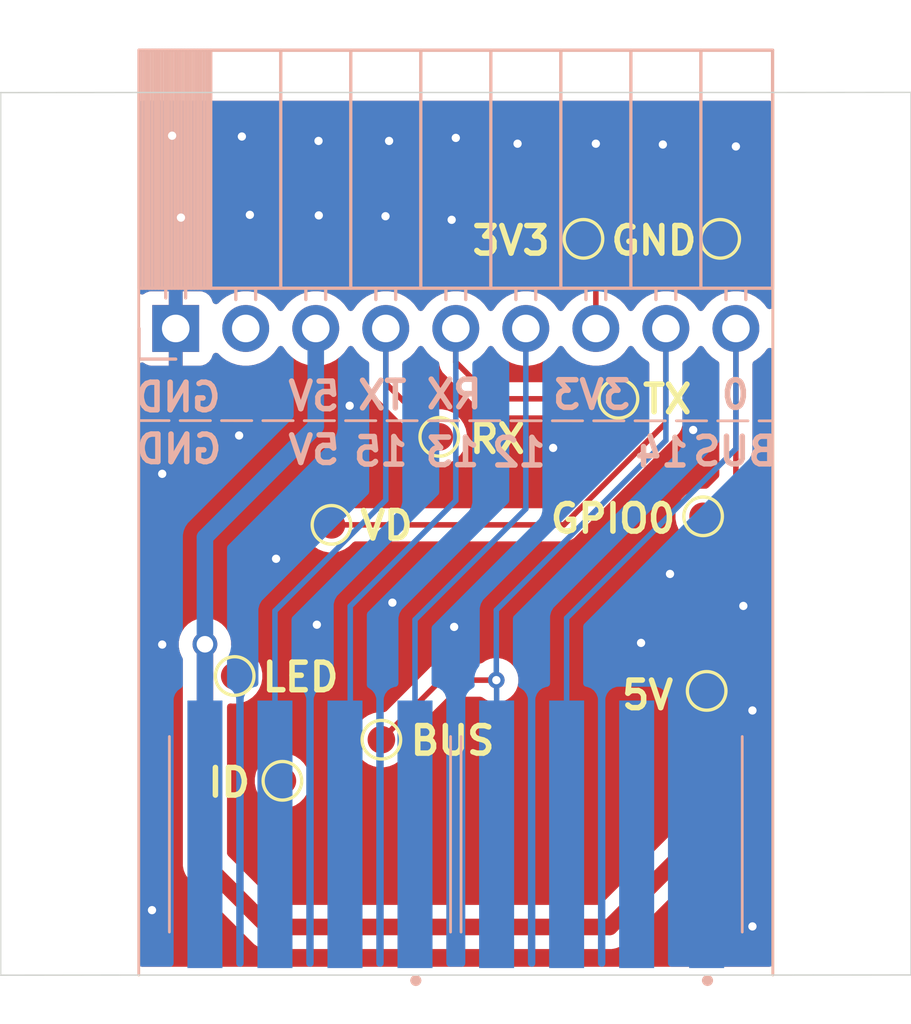
<source format=kicad_pcb>
(kicad_pcb (version 20241229) (generator "pcbnew") (generator_version "9.0")
  (title_block (date "2026-01-12") (rev "1.0"))
  (layers (0 "F.Cu" signal) (4 "In1.Cu" signal) (6 "In2.Cu" signal) (2 "B.Cu" signal) (13 "F.Paste" user) (15 "B.Paste" user) (5 "F.SilkS" user "F.Silkscreen") (7 "B.SilkS" user "B.Silkscreen") (1 "F.Mask" user) (3 "B.Mask" user) (25 "Edge.Cuts" user))
  (net 0 "")
  (net 1 "+3.3V")
  (net 2 "IDENTITY")
  (net 3 "+5V")
  (net 4 "GPIO27")
  (net 6 "GND")
  (net 7 "GPIO0")
  (net 8 "RX")
  (net 9 "TX")
  (net 10 "PIN5")
  (net 11 "TASTA_ONLY_BUS")
  (footprint "TestPoint:TestPoint_Pad_D1.0mm" (layer "F.Cu") (at 90.54 78.19)
    (property "Reference" "TP3" (hide yes))
    (property "Value" "3.3V TestPoint")
    (fp_circle (center 0 0) (end 0 0.7) (stroke (width 0.12)) (fill no) (layer "F.SilkS"))
    (pad "1" smd circle (at 0 0) (size 1 1) (layers "F.Cu" "F.Mask") (net 1 "+3.3V"))
  )
  (footprint "TestPoint:TestPoint_Pad_D1.0mm" (layer "F.Cu") (at 95.01 94.58)
    (property "Reference" "TP4" (hide yes))
    (property "Value" "5V TestPoint")
    (fp_circle (center 0 0) (end 0 0.7) (stroke (width 0.12)) (fill no) (layer "F.SilkS"))
    (pad "1" smd circle (at 0 0) (size 1 1) (layers "F.Cu" "F.Mask") (net 3 "+5V"))
  )
  (footprint "TestPoint:TestPoint_Pad_D1.0mm" (layer "F.Cu") (at 94.88 88.25)
    (property "Reference" "TP10" (hide yes))
    (property "Value" "GPIO0 TestPoint")
    (fp_circle (center 0 0) (end 0 0.7) (stroke (width 0.12)) (fill no) (layer "F.SilkS"))
    (pad "1" smd circle (at 0 0) (size 1 1) (layers "F.Cu" "F.Mask") (net 7 "GPIO0"))
  )
  (footprint "TestPoint:TestPoint_Pad_D1.0mm" (layer "F.Cu") (at 85.31 85.37)
    (property "Reference" "TP2" (hide yes))
    (property "Value" "TX TestPoint")
    (fp_circle (center 0 0) (end 0 0.7) (stroke (width 0.12)) (fill no) (layer "F.SilkS"))
    (pad "1" smd circle (at 0 0) (size 1 1) (layers "F.Cu" "F.Mask") (net 9 "TX"))
  )
  (footprint "TestPoint:TestPoint_Pad_D1.0mm" (layer "F.Cu") (at 79.62 97.84)
    (property "Reference" "TP6" (hide yes))
    (property "Value" "Identity TestPoint")
    (fp_circle (center 0 0) (end 0 0.7) (stroke (width 0.12)) (fill no) (layer "F.SilkS"))
    (pad "1" smd circle (at 0 0) (size 1 1) (layers "F.Cu" "F.Mask") (net 2 "IDENTITY"))
  )
  (footprint "TestPoint:TestPoint_Pad_D1.0mm" (layer "F.Cu") (at 95.5 78.19)
    (property "Reference" "TP9" (hide yes))
    (property "Value" "GND TestPoint")
    (fp_circle (center 0 0) (end 0 0.7) (stroke (width 0.12)) (fill no) (layer "F.SilkS"))
    (pad "1" smd circle (at 0 0) (size 1 1) (layers "F.Cu" "F.Mask") (net 6 "GND"))
  )
  (footprint "TestPoint:TestPoint_Pad_D1.0mm" (layer "F.Cu") (at 77.89 94.04)
    (property "Reference" "TP5" (hide yes))
    (property "Value" "LED TestPoint")
    (fp_circle (center 0 0) (end 0 0.7) (stroke (width 0.12)) (fill no) (layer "F.SilkS"))
    (pad "1" smd circle (at 0 0) (size 1 1) (layers "F.Cu" "F.Mask") (net 4 "GPIO27"))
  )
  (footprint "TestPoint:TestPoint_Pad_D1.0mm" (layer "F.Cu") (at 91.81 83.99)
    (property "Reference" "TP1" (hide yes))
    (property "Value" "RX TestPoint")
    (fp_circle (center 0 0) (end 0 0.7) (stroke (width 0.12)) (fill no) (layer "F.SilkS"))
    (pad "1" smd circle (at 0 0) (size 1 1) (layers "F.Cu" "F.Mask") (net 8 "RX"))
  )
  (footprint "TestPoint:TestPoint_Pad_D1.0mm" (layer "F.Cu") (at 81.4 88.56)
    (property "Reference" "TP7" (hide yes))
    (property "Value" "VD TestPoint")
    (fp_circle (center 0 0) (end 0 0.7) (stroke (width 0.12)) (fill no) (layer "F.SilkS"))
    (pad "1" smd circle (at 0 0) (size 1 1) (layers "F.Cu" "F.Mask") (net 11 "TASTA_ONLY_BUS"))
  )
  (footprint "TestPoint:TestPoint_Pad_D1.0mm" (layer "F.Cu") (at 83.21 96.35)
    (property "Reference" "TP8" (hide yes))
    (property "Value" "BUS TestPoint")
    (fp_circle (center 0 0) (end 0 0.7) (stroke (width 0.12)) (fill no) (layer "F.SilkS"))
    (pad "1" smd circle (at 0 0) (size 1 1) (layers "F.Cu" "F.Mask") (net 11 "TASTA_ONLY_BUS"))
  )
  (footprint "footprints:70AAJ4M0" (layer "B.Cu") (at 91.2 99.78 180)
    (property "Reference" "J3" (hide yes))
    (property "Value" "70AAJ-4-M0" (hide yes))
    (fp_line (start 5.1 3.545) (end 5.1 -3.545) (stroke (width 0.1)) (layer "B.SilkS"))
    (fp_line (start -3.74 -5.3) (end -3.74 -5.3) (stroke (width 0.2)) (layer "B.SilkS"))
    (fp_line (start -3.94 -5.3) (end -3.94 -5.3) (stroke (width 0.2)) (layer "B.SilkS"))
    (fp_line (start -5.1 3.545) (end -5.1 -3.545) (stroke (width 0.1)) (layer "B.SilkS"))
    (fp_arc (start -3.74 -5.3) (mid -3.84 -5.2) (end -3.94 -5.3) (stroke (width 0.2)) (layer "B.SilkS"))
    (fp_arc (start -3.94 -5.3) (mid -3.84 -5.4) (end -3.74 -5.3) (stroke (width 0.2)) (layer "B.SilkS"))
    (pad "1" smd rect (at -3.81 0 180) (size 1.27 9.7) (layers "B.Cu" "B.Mask" "B.Paste") (net 6 "GND"))
    (pad "2" smd rect (at -1.27 0 180) (size 1.27 9.7) (layers "B.Cu" "B.Mask" "B.Paste"))
    (pad "3" smd rect (at 1.27 0 180) (size 1.27 9.7) (layers "B.Cu" "B.Mask" "B.Paste") (net 7 "GPIO0"))
    (pad "4" smd rect (at 3.81 0 180) (size 1.27 9.7) (layers "B.Cu" "B.Mask" "B.Paste") (net 11 "TASTA_ONLY_BUS"))
  )
  (footprint "Connector_PinSocket_2.54mm:PinSocket_1x09_P2.54mm_Horizontal" (layer "B.Cu") (at 75.75 81.44 -90)
    (property "Reference" "J1" (hide yes))
    (property "Value" "Conn_01x06_Socket")
    (fp_line (start -10.09 1.33) (end -1.46 1.33) (stroke (width 0.12)) (layer "B.SilkS"))
    (fp_line (start -10.09 1.33) (end -10.09 -21.65) (stroke (width 0.12)) (layer "B.SilkS"))
    (fp_line (start -1.46 1.33) (end -1.46 -21.65) (stroke (width 0.12)) (layer "B.SilkS"))
    (fp_line (start 0 1.33) (end 1.11 1.33) (stroke (width 0.12)) (layer "B.SilkS"))
    (fp_line (start 1.11 1.33) (end 1.11 0) (stroke (width 0.12)) (layer "B.SilkS"))
    (fp_line (start -10.09 1.21) (end -1.46 1.21) (stroke (width 0.12)) (layer "B.SilkS"))
    (fp_line (start -10.09 1.091905) (end -1.46 1.091905) (stroke (width 0.12)) (layer "B.SilkS"))
    (fp_line (start -10.09 0.97381) (end -1.46 0.97381) (stroke (width 0.12)) (layer "B.SilkS"))
    (fp_line (start -10.09 0.855715) (end -1.46 0.855715) (stroke (width 0.12)) (layer "B.SilkS"))
    (fp_line (start -10.09 0.73762) (end -1.46 0.73762) (stroke (width 0.12)) (layer "B.SilkS"))
    (fp_line (start -10.09 0.619525) (end -1.46 0.619525) (stroke (width 0.12)) (layer "B.SilkS"))
    (fp_line (start -10.09 0.50143) (end -1.46 0.50143) (stroke (width 0.12)) (layer "B.SilkS"))
    (fp_line (start -10.09 0.383335) (end -1.46 0.383335) (stroke (width 0.12)) (layer "B.SilkS"))
    (fp_line (start -1.46 0.36) (end -1.11 0.36) (stroke (width 0.12)) (layer "B.SilkS"))
    (fp_line (start -10.09 0.26524) (end -1.46 0.26524) (stroke (width 0.12)) (layer "B.SilkS"))
    (fp_line (start -10.09 0.147145) (end -1.46 0.147145) (stroke (width 0.12)) (layer "B.SilkS"))
    (fp_line (start -10.09 0.02905) (end -1.46 0.02905) (stroke (width 0.12)) (layer "B.SilkS"))
    (fp_line (start -10.09 -0.089045) (end -1.46 -0.089045) (stroke (width 0.12)) (layer "B.SilkS"))
    (fp_line (start -10.09 -0.20714) (end -1.46 -0.20714) (stroke (width 0.12)) (layer "B.SilkS"))
    (fp_line (start -10.09 -0.325235) (end -1.46 -0.325235) (stroke (width 0.12)) (layer "B.SilkS"))
    (fp_line (start -1.46 -0.36) (end -1.11 -0.36) (stroke (width 0.12)) (layer "B.SilkS"))
    (fp_line (start -10.09 -0.44333) (end -1.46 -0.44333) (stroke (width 0.12)) (layer "B.SilkS"))
    (fp_line (start -10.09 -0.561425) (end -1.46 -0.561425) (stroke (width 0.12)) (layer "B.SilkS"))
    (fp_line (start -10.09 -0.67952) (end -1.46 -0.67952) (stroke (width 0.12)) (layer "B.SilkS"))
    (fp_line (start -10.09 -0.797615) (end -1.46 -0.797615) (stroke (width 0.12)) (layer "B.SilkS"))
    (fp_line (start -10.09 -0.91571) (end -1.46 -0.91571) (stroke (width 0.12)) (layer "B.SilkS"))
    (fp_line (start -10.09 -1.033805) (end -1.46 -1.033805) (stroke (width 0.12)) (layer "B.SilkS"))
    (fp_line (start -10.09 -1.1519) (end -1.46 -1.1519) (stroke (width 0.12)) (layer "B.SilkS"))
    (fp_line (start -10.09 -1.27) (end -1.46 -1.27) (stroke (width 0.12)) (layer "B.SilkS"))
    (fp_line (start -1.46 -2.18) (end -1.05 -2.18) (stroke (width 0.12)) (layer "B.SilkS"))
    (fp_line (start -1.46 -2.9) (end -1.05 -2.9) (stroke (width 0.12)) (layer "B.SilkS"))
    (fp_line (start -10.09 -3.81) (end -1.46 -3.81) (stroke (width 0.12)) (layer "B.SilkS"))
    (fp_line (start -1.46 -4.72) (end -1.05 -4.72) (stroke (width 0.12)) (layer "B.SilkS"))
    (fp_line (start -1.46 -5.44) (end -1.05 -5.44) (stroke (width 0.12)) (layer "B.SilkS"))
    (fp_line (start -10.09 -6.35) (end -1.46 -6.35) (stroke (width 0.12)) (layer "B.SilkS"))
    (fp_line (start -1.46 -7.26) (end -1.05 -7.26) (stroke (width 0.12)) (layer "B.SilkS"))
    (fp_line (start -1.46 -7.98) (end -1.05 -7.98) (stroke (width 0.12)) (layer "B.SilkS"))
    (fp_line (start -10.09 -8.89) (end -1.46 -8.89) (stroke (width 0.12)) (layer "B.SilkS"))
    (fp_line (start -1.46 -9.8) (end -1.05 -9.8) (stroke (width 0.12)) (layer "B.SilkS"))
    (fp_line (start -1.46 -10.52) (end -1.05 -10.52) (stroke (width 0.12)) (layer "B.SilkS"))
    (fp_line (start -10.09 -11.43) (end -1.46 -11.43) (stroke (width 0.12)) (layer "B.SilkS"))
    (fp_line (start -1.46 -12.34) (end -1.05 -12.34) (stroke (width 0.12)) (layer "B.SilkS"))
    (fp_line (start -1.46 -13.06) (end -1.05 -13.06) (stroke (width 0.12)) (layer "B.SilkS"))
    (fp_line (start -10.09 -13.97) (end -1.46 -13.97) (stroke (width 0.12)) (layer "B.SilkS"))
    (fp_line (start -1.46 -14.88) (end -1.05 -14.88) (stroke (width 0.12)) (layer "B.SilkS"))
    (fp_line (start -1.46 -15.6) (end -1.05 -15.6) (stroke (width 0.12)) (layer "B.SilkS"))
    (fp_line (start -10.09 -16.51) (end -1.46 -16.51) (stroke (width 0.12)) (layer "B.SilkS"))
    (fp_line (start -1.46 -17.42) (end -1.05 -17.42) (stroke (width 0.12)) (layer "B.SilkS"))
    (fp_line (start -1.46 -18.14) (end -1.05 -18.14) (stroke (width 0.12)) (layer "B.SilkS"))
    (fp_line (start -10.09 -19.05) (end -1.46 -19.05) (stroke (width 0.12)) (layer "B.SilkS"))
    (fp_line (start -1.46 -19.96) (end -1.05 -19.96) (stroke (width 0.12)) (layer "B.SilkS"))
    (fp_line (start -1.46 -20.68) (end -1.05 -20.68) (stroke (width 0.12)) (layer "B.SilkS"))
    (fp_line (start -10.09 -21.65) (end -1.46 -21.65) (stroke (width 0.12)) (layer "B.SilkS"))
    (pad "1" thru_hole rect (at 0 0 270) (size 1.7 1.7) (drill 1) (layers "*.Cu" "*.Mask") (net 6 "GND"))
    (pad "2" thru_hole oval (at 0 -2.54 270) (size 1.7 1.7) (drill 1) (layers "*.Cu" "*.Mask"))
    (pad "3" thru_hole oval (at 0 -5.08 270) (size 1.7 1.7) (drill 1) (layers "*.Cu" "*.Mask") (net 3 "+5V"))
    (pad "4" thru_hole oval (at 0 -7.62 270) (size 1.7 1.7) (drill 1) (layers "*.Cu" "*.Mask") (net 9 "TX"))
    (pad "5" thru_hole oval (at 0 -10.16 270) (size 1.7 1.7) (drill 1) (layers "*.Cu" "*.Mask") (net 8 "RX"))
    (pad "6" thru_hole oval (at 0 -12.7 270) (size 1.7 1.7) (drill 1) (layers "*.Cu" "*.Mask") (net 10 "PIN5"))
    (pad "7" thru_hole oval (at 0 -15.24 270) (size 1.7 1.7) (drill 1) (layers "*.Cu" "*.Mask") (net 1 "+3.3V"))
    (pad "8" thru_hole oval (at 0 -17.78 270) (size 1.7 1.7) (drill 1) (layers "*.Cu" "*.Mask") (net 11 "TASTA_ONLY_BUS"))
    (pad "9" thru_hole oval (at 0 -20.32 270) (size 1.7 1.7) (drill 1) (layers "*.Cu" "*.Mask") (net 7 "GPIO0"))
  )
  (footprint "footprints:70AAJ4M0" (layer "B.Cu") (at 80.62 99.78 180)
    (property "Reference" "J2" (hide yes))
    (property "Value" "70AAJ-4-M0" (hide yes))
    (fp_line (start 5.1 3.545) (end 5.1 -3.545) (stroke (width 0.1)) (layer "B.SilkS"))
    (fp_line (start -3.739999 -5.3) (end -3.739999 -5.3) (stroke (width 0.2)) (layer "B.SilkS"))
    (fp_line (start -3.94 -5.3) (end -3.94 -5.3) (stroke (width 0.2)) (layer "B.SilkS"))
    (fp_line (start -5.1 3.545) (end -5.1 -3.545) (stroke (width 0.1)) (layer "B.SilkS"))
    (fp_arc (start -3.739999 -5.3) (mid -3.84 -5.2) (end -3.94 -5.3) (stroke (width 0.2)) (layer "B.SilkS"))
    (fp_arc (start -3.94 -5.3) (mid -3.84 -5.400001) (end -3.739999 -5.3) (stroke (width 0.2)) (layer "B.SilkS"))
    (pad "1" smd rect (at -3.81 0 180) (size 1.27 9.7) (layers "B.Cu" "B.Mask" "B.Paste") (net 10 "PIN5"))
    (pad "2" smd rect (at -1.27 0 180) (size 1.27 9.7) (layers "B.Cu" "B.Mask" "B.Paste") (net 8 "RX"))
    (pad "3" smd rect (at 1.27 0 180) (size 1.27 9.7) (layers "B.Cu" "B.Mask" "B.Paste") (net 9 "TX"))
    (pad "4" smd rect (at 3.81 0 180) (size 1.27 9.7) (layers "B.Cu" "B.Mask" "B.Paste") (net 3 "+5V"))
  )
  (gr_line (start 74.41 104.88) (end 74.41 72.88) (stroke (width 0.1)) (layer "F.SilkS"))
  (gr_line (start 97.41 72.89) (end 97.41 104.88) (stroke (width 0.1)) (layer "F.SilkS"))
  (gr_line (start 74.41 104.88) (end 74.41 72.88) (stroke (width 0.1)) (layer "B.SilkS"))
  (gr_line (start 74.41 84.78) (end 97.41 84.79) (stroke (width 0.1) (type dash)) (layer "B.SilkS"))
  (gr_line (start 97.41 72.89) (end 97.41 104.88) (stroke (width 0.1)) (layer "B.SilkS"))
  (gr_line (start 69.40116 78.033869) (end 69.40116 104.887738) (stroke (width 0.05)) (layer "Edge.Cuts"))
  (gr_line (start 102.42 104.88) (end 102.42 72.88) (stroke (width 0.05)) (layer "Edge.Cuts"))
  (gr_line (start 69.40116 78.033869) (end 69.40116 72.887738) (stroke (width 0.05)) (layer "Edge.Cuts"))
  (gr_line (start 69.40116 72.887738) (end 74.41058 72.883869) (stroke (width 0.05)) (layer "Edge.Cuts"))
  (gr_line (start 97.41058 104.883869) (end 74.41058 104.883869) (stroke (width 0.05)) (layer "Edge.Cuts"))
  (gr_line (start 97.41058 104.883869) (end 102.42 104.88) (stroke (width 0.05)) (layer "Edge.Cuts"))
  (gr_line (start 97.41058 72.883869) (end 102.42 72.88) (stroke (width 0.05)) (layer "Edge.Cuts"))
  (gr_line (start 97.41058 72.883869) (end 74.41058 72.883869) (stroke (width 0.05)) (layer "Edge.Cuts"))
  (gr_line (start 69.40116 104.887738) (end 74.41058 104.883869) (stroke (width 0.05)) (layer "Edge.Cuts"))
  (gr_text "ID" (at 76.82 98.49 0) (layer "F.SilkS") (effects (font (size 1 1) (thickness 0.2)) (justify left bottom)))
  (gr_text "3V3" (at 86.4 78.84 0) (layer "F.SilkS") (effects (font (size 1 1) (thickness 0.2)) (justify left bottom)))
  (gr_text "TX" (at 92.59 84.59 0) (layer "F.SilkS") (effects (font (size 1 1) (thickness 0.2)) (justify left bottom)))
  (gr_text "LED" (at 78.79 94.67 0) (layer "F.SilkS") (effects (font (size 1 1) (thickness 0.2)) (justify left bottom)))
  (gr_text "GND" (at 91.44 78.84 0) (layer "F.SilkS") (effects (font (size 1 1) (thickness 0.2)) (justify left bottom)))
  (gr_text "5V" (at 91.83 95.32 0) (layer "F.SilkS") (effects (font (size 1 1) (thickness 0.2)) (justify left bottom)))
  (gr_text "RX" (at 86.31 86.03 0) (layer "F.SilkS") (effects (font (size 1 1) (thickness 0.2)) (justify left bottom)))
  (gr_text "BUS" (at 84.16 96.97 0) (layer "F.SilkS") (effects (font (size 1 1) (thickness 0.2)) (justify left bottom)))
  (gr_text "VD" (at 82.34 89.17 0) (layer "F.SilkS") (effects (font (size 1 1) (thickness 0.2)) (justify left bottom)))
  (gr_text "GPIO0" (at 89.24 88.92 0) (layer "F.SilkS") (effects (font (size 1 1) (thickness 0.2)) (justify left bottom)))
  (gr_text "14" (at 94.47 86.52 0) (layer "B.SilkS") (effects (font (size 1 1) (thickness 0.2)) (justify left bottom mirror)))
  (gr_text "3V3" (at 92.35 84.43 0) (layer "B.SilkS") (effects (font (size 1 1) (thickness 0.2)) (justify left bottom mirror)))
  (gr_text "BUS" (at 97.67 86.48 0) (layer "B.SilkS") (effects (font (size 1 1) (thickness 0.2)) (justify left bottom mirror)))
  (gr_text "5V" (at 81.8 84.48 0) (layer "B.SilkS") (effects (font (size 1 1) (thickness 0.2)) (justify left bottom mirror)))
  (gr_text "GND" (at 77.52 86.4 0) (layer "B.SilkS") (effects (font (size 1 1) (thickness 0.2)) (justify left bottom mirror)))
  (gr_text "5V" (at 81.8 86.43 0) (layer "B.SilkS") (effects (font (size 1 1) (thickness 0.2)) (justify left bottom mirror)))
  (gr_text "15" (at 84.27 86.49 0) (layer "B.SilkS") (effects (font (size 1 1) (thickness 0.2)) (justify left bottom mirror)))
  (gr_text "TX" (at 84.23 84.45 0) (layer "B.SilkS") (effects (font (size 1 1) (thickness 0.2)) (justify left bottom mirror)))
  (gr_text "RX" (at 86.96 84.41 0) (layer "B.SilkS") (effects (font (size 1 1) (thickness 0.2)) (justify left bottom mirror)))
  (gr_text "GND" (at 77.49 84.52 0) (layer "B.SilkS") (effects (font (size 1 1) (thickness 0.2)) (justify left bottom mirror)))
  (gr_text "13" (at 86.87 86.51 0) (layer "B.SilkS") (effects (font (size 1 1) (thickness 0.2)) (justify left bottom mirror)))
  (gr_text "12" (at 89.28 86.52 0) (layer "B.SilkS") (effects (font (size 1 1) (thickness 0.2)) (justify left bottom mirror)))
  (gr_text "0" (at 96.66 84.43 0) (layer "B.SilkS") (effects (font (size 1 1) (thickness 0.2)) (justify left bottom mirror)))
  (segment (start 90.99 78.64) (end 90.54 78.19) (width 0.2) (layer "F.Cu") (net 1))
  (segment (start 90.99 81.44) (end 90.99 78.64) (width 0.2) (layer "F.Cu") (net 1))
  (segment (start 91.49 103.14) (end 95.01 99.62) (width 0.6) (layer "F.Cu") (net 3))
  (segment (start 79.1 103.14) (end 91.49 103.14) (width 0.6) (layer "F.Cu") (net 3))
  (segment (start 76.81 100.85) (end 79.1 103.14) (width 0.6) (layer "F.Cu") (net 3))
  (segment (start 95.01 99.62) (end 95.01 94.58) (width 0.6) (layer "F.Cu") (net 3))
  (segment (start 76.81 92.89) (end 76.81 100.85) (width 0.6) (layer "F.Cu") (net 3))
  (via (at 76.81 92.89) (size 0.9) (drill 0.6) (layers "F.Cu" "B.Cu") (net 3))
  (segment (start 80.83 84.99) (end 80.83 81.44) (width 0.6) (layer "B.Cu") (net 3))
  (segment (start 76.81 92.89) (end 76.81 99.78) (width 0.6) (layer "B.Cu") (net 3))
  (segment (start 76.81 89.01) (end 80.83 84.99) (width 0.6) (layer "B.Cu") (net 3))
  (segment (start 76.81 92.89) (end 76.81 89.01) (width 0.6) (layer "B.Cu") (net 3))
  (via (at 89.44 85.77) (size 0.6) (drill 0.3) (layers "F.Cu" "B.Cu") (net 6))
  (via (at 85.91 74.53) (size 0.6) (drill 0.3) (layers "F.Cu" "B.Cu") (net 6))
  (via (at 83.61 91.38) (size 0.6) (drill 0.3) (layers "F.Cu" "B.Cu") (net 6))
  (via (at 88.15 74.74) (size 0.6) (drill 0.3) (layers "F.Cu" "B.Cu") (net 6))
  (via (at 82.06 84.24) (size 0.6) (drill 0.3) (layers "F.Cu" "B.Cu") (net 6))
  (via (at 79.39 89.79) (size 0.6) (drill 0.3) (layers "F.Cu" "B.Cu") (net 6))
  (via (at 94.52 85.12) (size 0.6) (drill 0.3) (layers "F.Cu" "B.Cu") (net 6))
  (via (at 96.67 103.12) (size 0.6) (drill 0.3) (layers "F.Cu" "B.Cu") (net 6))
  (via (at 78.15 74.48) (size 0.6) (drill 0.3) (layers "F.Cu" "B.Cu") (net 6))
  (via (at 80.94 77.34) (size 0.6) (drill 0.3) (layers "F.Cu" "B.Cu") (net 6))
  (via (at 78.44 77.32) (size 0.6) (drill 0.3) (layers "F.Cu" "B.Cu") (net 6))
  (via (at 74.89 102.53) (size 0.6) (drill 0.3) (layers "F.Cu" "B.Cu") (net 6))
  (via (at 85.76 77.5) (size 0.6) (drill 0.3) (layers "F.Cu" "B.Cu") (net 6))
  (via (at 80.87 92.18) (size 0.6) (drill 0.3) (layers "F.Cu" "B.Cu") (net 6))
  (via (at 96.07 74.84) (size 0.6) (drill 0.3) (layers "F.Cu" "B.Cu") (net 6))
  (via (at 80.93 74.64) (size 0.6) (drill 0.3) (layers "F.Cu" "B.Cu") (net 6))
  (via (at 75.62 74.45) (size 0.6) (drill 0.3) (layers "F.Cu" "B.Cu") (net 6))
  (via (at 75.26 92.9) (size 0.6) (drill 0.3) (layers "F.Cu" "B.Cu") (net 6))
  (via (at 96.67 95.29) (size 0.6) (drill 0.3) (layers "F.Cu" "B.Cu") (net 6))
  (via (at 85.85 92.26) (size 0.6) (drill 0.3) (layers "F.Cu" "B.Cu") (net 6))
  (via (at 92.63 92.84) (size 0.6) (drill 0.3) (layers "F.Cu" "B.Cu") (net 6))
  (via (at 75.26 86.71) (size 0.6) (drill 0.3) (layers "F.Cu" "B.Cu") (net 6))
  (via (at 78.05 85.32) (size 0.6) (drill 0.3) (layers "F.Cu" "B.Cu") (net 6))
  (via (at 93.42 74.77) (size 0.6) (drill 0.3) (layers "F.Cu" "B.Cu") (net 6))
  (via (at 83.36 77.37) (size 0.6) (drill 0.3) (layers "F.Cu" "B.Cu") (net 6))
  (via (at 75.94 77.42) (size 0.6) (drill 0.3) (layers "F.Cu" "B.Cu") (net 6))
  (via (at 90.99 74.74) (size 0.6) (drill 0.3) (layers "F.Cu" "B.Cu") (net 6))
  (via (at 96.34 91.5) (size 0.6) (drill 0.3) (layers "F.Cu" "B.Cu") (net 6))
  (via (at 83.49 74.64) (size 0.6) (drill 0.3) (layers "F.Cu" "B.Cu") (net 6))
  (via (at 93.68 90.34) (size 0.6) (drill 0.3) (layers "F.Cu" "B.Cu") (net 6))
  (segment (start 96.07 87.06) (end 94.88 88.25) (width 0.2) (layer "F.Cu") (net 7))
  (segment (start 96.07 81.44) (end 96.07 87.06) (width 0.2) (layer "F.Cu") (net 7))
  (segment (start 96.07 85.8) (end 96.07 81.44) (width 0.2) (layer "B.Cu") (net 7))
  (segment (start 89.93 91.94) (end 96.07 85.8) (width 0.2) (layer "B.Cu") (net 7))
  (segment (start 89.93 99.78) (end 89.93 91.94) (width 0.2) (layer "B.Cu") (net 7))
  (segment (start 85.91 82.66) (end 87.24 83.99) (width 0.2) (layer "F.Cu") (net 8))
  (segment (start 87.24 83.99) (end 91.81 83.99) (width 0.2) (layer "F.Cu") (net 8))
  (segment (start 85.91 81.44) (end 85.91 82.66) (width 0.2) (layer "F.Cu") (net 8))
  (segment (start 81.89 99.78) (end 82.081 99.589) (width 0.2) (layer "B.Cu") (net 8))
  (segment (start 85.91 87.68) (end 85.91 81.44) (width 0.2) (layer "B.Cu") (net 8))
  (segment (start 82.081 91.509) (end 85.91 87.68) (width 0.2) (layer "B.Cu") (net 8))
  (segment (start 82.081 99.589) (end 82.081 91.509) (width 0.2) (layer "B.Cu") (net 8))
  (segment (start 83.37 83.43) (end 85.31 85.37) (width 0.2) (layer "F.Cu") (net 9))
  (segment (start 83.37 81.44) (end 83.37 83.43) (width 0.2) (layer "F.Cu") (net 9))
  (segment (start 79.35 91.68) (end 83.37 87.66) (width 0.2) (layer "B.Cu") (net 9))
  (segment (start 79.35 99.78) (end 79.35 91.68) (width 0.2) (layer "B.Cu") (net 9))
  (segment (start 83.37 87.66) (end 83.37 81.44) (width 0.2) (layer "B.Cu") (net 9))
  (segment (start 84.43 99.78) (end 84.43 92) (width 0.2) (layer "B.Cu") (net 10))
  (segment (start 84.43 92) (end 88.45 87.98) (width 0.2) (layer "B.Cu") (net 10))
  (segment (start 88.45 87.98) (end 88.45 81.44) (width 0.2) (layer "B.Cu") (net 10))
  (segment (start 85.37 94.19) (end 83.21 96.35) (width 0.2) (layer "F.Cu") (net 11))
  (segment (start 93.53 84.86) (end 89.83 88.56) (width 0.2) (layer "F.Cu") (net 11))
  (segment (start 93.53 81.44) (end 93.53 84.86) (width 0.2) (layer "F.Cu") (net 11))
  (segment (start 89.83 88.56) (end 81.4 88.56) (width 0.2) (layer "F.Cu") (net 11))
  (segment (start 87.38 94.19) (end 85.37 94.19) (width 0.2) (layer "F.Cu") (net 11))
  (via (at 87.38 94.19) (size 0.6) (drill 0.3) (layers "F.Cu" "B.Cu") (net 11))
  (segment (start 87.39 94.2) (end 87.39 99.78) (width 0.2) (layer "B.Cu") (net 11))
  (segment (start 87.38 94.19) (end 87.39 94.2) (width 0.2) (layer "B.Cu") (net 11))
  (segment (start 87.38 91.65) (end 87.38 94.19) (width 0.2) (layer "B.Cu") (net 11))
  (segment (start 93.53 85.5) (end 87.38 91.65) (width 0.2) (layer "B.Cu") (net 11))
  (segment (start 93.53 81.44) (end 93.53 85.5) (width 0.2) (layer "B.Cu") (net 11))
  (zone (net 6) (net_name "GND") (layers "F.Cu" "B.Cu" "In1.Cu" "In2.Cu") (connect_pads (clearance 0.5)) (min_thickness 0.25) (fill yes (thermal_gap 0.5) (thermal_bridge_width 0.5) (island_removal_mode 1) (island_area_min 10))
    (polygon (pts (xy 97.42 71.46) (xy 97.41 106.45) (xy 74.4 106.67) (xy 74.41 71.42)))
  )
)
</source>
